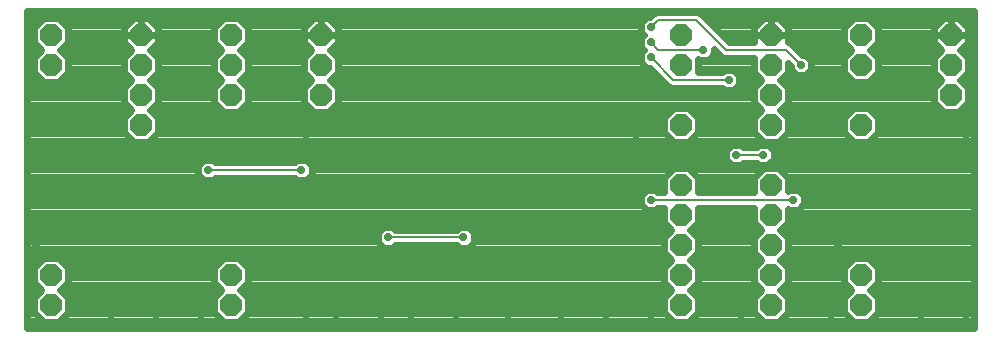
<source format=gbl>
G75*
%MOIN*%
%OFA0B0*%
%FSLAX25Y25*%
%IPPOS*%
%LPD*%
%AMOC8*
5,1,8,0,0,1.08239X$1,22.5*
%
%ADD10OC8,0.07087*%
%ADD11C,0.02400*%
%ADD12OC8,0.02375*%
%ADD13C,0.00800*%
D10*
X0012200Y0012200D03*
X0012200Y0022200D03*
X0072200Y0022200D03*
X0072200Y0012200D03*
X0222200Y0012200D03*
X0222200Y0022200D03*
X0222200Y0032200D03*
X0222200Y0042200D03*
X0222200Y0052200D03*
X0252200Y0052200D03*
X0252200Y0042200D03*
X0252200Y0032200D03*
X0252200Y0022200D03*
X0252200Y0012200D03*
X0282200Y0012200D03*
X0282200Y0022200D03*
X0282200Y0072200D03*
X0252200Y0072200D03*
X0252200Y0082200D03*
X0252200Y0092200D03*
X0252200Y0102200D03*
X0222200Y0102200D03*
X0222200Y0092200D03*
X0222200Y0072200D03*
X0282200Y0092200D03*
X0282200Y0102200D03*
X0312200Y0102200D03*
X0312200Y0092200D03*
X0312200Y0082200D03*
X0102200Y0082200D03*
X0102200Y0092200D03*
X0102200Y0102200D03*
X0072200Y0102200D03*
X0072200Y0092200D03*
X0072200Y0082200D03*
X0042200Y0082200D03*
X0042200Y0072200D03*
X0042200Y0092200D03*
X0042200Y0102200D03*
X0012200Y0102200D03*
X0012200Y0092200D03*
D11*
X0004400Y0110000D02*
X0004400Y0004400D01*
X0320000Y0004400D01*
X0320000Y0110000D01*
X0004400Y0110000D01*
X0009821Y0107943D02*
X0006457Y0104579D01*
X0006457Y0099821D01*
X0009078Y0097200D01*
X0006457Y0094579D01*
X0006457Y0089821D01*
X0009821Y0086457D01*
X0014579Y0086457D01*
X0017943Y0089821D01*
X0017943Y0094579D01*
X0015322Y0097200D01*
X0017943Y0099821D01*
X0017943Y0104579D01*
X0014579Y0107943D01*
X0009821Y0107943D01*
X0009612Y0107734D02*
X0004400Y0107734D01*
X0004400Y0105336D02*
X0007214Y0105336D01*
X0006457Y0102937D02*
X0004400Y0102937D01*
X0004400Y0100539D02*
X0006457Y0100539D01*
X0008137Y0098140D02*
X0004400Y0098140D01*
X0004400Y0095742D02*
X0007620Y0095742D01*
X0006457Y0093343D02*
X0004400Y0093343D01*
X0004400Y0090945D02*
X0006457Y0090945D01*
X0007731Y0088546D02*
X0004400Y0088546D01*
X0004400Y0086148D02*
X0038026Y0086148D01*
X0039078Y0087200D02*
X0036457Y0084579D01*
X0036457Y0079821D01*
X0039078Y0077200D01*
X0036457Y0074579D01*
X0036457Y0069821D01*
X0039821Y0066457D01*
X0044579Y0066457D01*
X0047943Y0069821D01*
X0047943Y0074579D01*
X0045322Y0077200D01*
X0047943Y0079821D01*
X0047943Y0084579D01*
X0045322Y0087200D01*
X0047943Y0089821D01*
X0047943Y0094579D01*
X0045322Y0097200D01*
X0047943Y0099821D01*
X0047943Y0102200D01*
X0042200Y0102200D01*
X0047943Y0102200D01*
X0047943Y0104579D01*
X0044579Y0107943D01*
X0042200Y0107943D01*
X0039821Y0107943D01*
X0036457Y0104579D01*
X0036457Y0102200D01*
X0042200Y0102200D01*
X0042200Y0102200D01*
X0042200Y0102200D01*
X0042200Y0107943D01*
X0042200Y0102200D01*
X0042200Y0102200D01*
X0036457Y0102200D01*
X0036457Y0099821D01*
X0039078Y0097200D01*
X0036457Y0094579D01*
X0036457Y0089821D01*
X0039078Y0087200D01*
X0037731Y0088546D02*
X0016669Y0088546D01*
X0017943Y0090945D02*
X0036457Y0090945D01*
X0036457Y0093343D02*
X0017943Y0093343D01*
X0016780Y0095742D02*
X0037620Y0095742D01*
X0038137Y0098140D02*
X0016263Y0098140D01*
X0017943Y0100539D02*
X0036457Y0100539D01*
X0036457Y0102937D02*
X0017943Y0102937D01*
X0017186Y0105336D02*
X0037214Y0105336D01*
X0039612Y0107734D02*
X0014788Y0107734D01*
X0042200Y0107734D02*
X0042200Y0107734D01*
X0042200Y0105336D02*
X0042200Y0105336D01*
X0044788Y0107734D02*
X0069612Y0107734D01*
X0069821Y0107943D02*
X0066457Y0104579D01*
X0066457Y0099821D01*
X0069078Y0097200D01*
X0066457Y0094579D01*
X0066457Y0089821D01*
X0069078Y0087200D01*
X0066457Y0084579D01*
X0066457Y0079821D01*
X0069821Y0076457D01*
X0074579Y0076457D01*
X0077943Y0079821D01*
X0077943Y0084579D01*
X0075322Y0087200D01*
X0077943Y0089821D01*
X0077943Y0094579D01*
X0075322Y0097200D01*
X0077943Y0099821D01*
X0077943Y0104579D01*
X0074579Y0107943D01*
X0069821Y0107943D01*
X0074788Y0107734D02*
X0099612Y0107734D01*
X0099821Y0107943D02*
X0096457Y0104579D01*
X0096457Y0102200D01*
X0102200Y0102200D01*
X0107943Y0102200D01*
X0102200Y0102200D01*
X0102200Y0102200D01*
X0102200Y0102200D01*
X0102200Y0107943D01*
X0104579Y0107943D01*
X0107943Y0104579D01*
X0107943Y0102200D01*
X0107943Y0099821D01*
X0105322Y0097200D01*
X0107943Y0094579D01*
X0107943Y0089821D01*
X0105322Y0087200D01*
X0107943Y0084579D01*
X0107943Y0079821D01*
X0104579Y0076457D01*
X0099821Y0076457D01*
X0096457Y0079821D01*
X0096457Y0084579D01*
X0099078Y0087200D01*
X0096457Y0089821D01*
X0096457Y0094579D01*
X0099078Y0097200D01*
X0096457Y0099821D01*
X0096457Y0102200D01*
X0102200Y0102200D01*
X0102200Y0102200D01*
X0102200Y0107943D01*
X0099821Y0107943D01*
X0102200Y0107734D02*
X0102200Y0107734D01*
X0102200Y0105336D02*
X0102200Y0105336D01*
X0104788Y0107734D02*
X0210444Y0107734D01*
X0210797Y0108087D02*
X0208813Y0106103D01*
X0208813Y0103297D01*
X0209909Y0102200D01*
X0208813Y0101103D01*
X0208813Y0098297D01*
X0209909Y0097200D01*
X0208813Y0096103D01*
X0208813Y0093297D01*
X0210797Y0091313D01*
X0211910Y0091313D01*
X0218227Y0084996D01*
X0219183Y0084600D01*
X0236009Y0084600D01*
X0236797Y0083813D01*
X0239603Y0083813D01*
X0241587Y0085797D01*
X0241587Y0088603D01*
X0239603Y0090587D01*
X0236797Y0090587D01*
X0236009Y0089800D01*
X0227922Y0089800D01*
X0227943Y0089821D01*
X0227943Y0094166D01*
X0228297Y0093813D01*
X0231103Y0093813D01*
X0233087Y0095797D01*
X0233087Y0097636D01*
X0235727Y0094996D01*
X0236683Y0094600D01*
X0246478Y0094600D01*
X0246457Y0094579D01*
X0246457Y0089821D01*
X0249078Y0087200D01*
X0246457Y0084579D01*
X0246457Y0079821D01*
X0249078Y0077200D01*
X0246457Y0074579D01*
X0246457Y0069821D01*
X0249821Y0066457D01*
X0254579Y0066457D01*
X0257943Y0069821D01*
X0257943Y0074579D01*
X0255322Y0077200D01*
X0257943Y0079821D01*
X0257943Y0084579D01*
X0255322Y0087200D01*
X0257943Y0089821D01*
X0257943Y0092780D01*
X0258813Y0091910D01*
X0258813Y0090797D01*
X0260797Y0088813D01*
X0263603Y0088813D01*
X0265587Y0090797D01*
X0265587Y0093603D01*
X0263603Y0095587D01*
X0262490Y0095587D01*
X0259404Y0098673D01*
X0258673Y0099404D01*
X0257862Y0099740D01*
X0257943Y0099821D01*
X0257943Y0102200D01*
X0257943Y0104579D01*
X0254579Y0107943D01*
X0252200Y0107943D01*
X0249821Y0107943D01*
X0246457Y0104579D01*
X0246457Y0102200D01*
X0246457Y0099821D01*
X0246478Y0099800D01*
X0238277Y0099800D01*
X0229404Y0108673D01*
X0228673Y0109404D01*
X0227717Y0109800D01*
X0214183Y0109800D01*
X0213227Y0109404D01*
X0211910Y0108087D01*
X0210797Y0108087D01*
X0208813Y0105336D02*
X0107186Y0105336D01*
X0107943Y0102937D02*
X0209172Y0102937D01*
X0208813Y0100539D02*
X0107943Y0100539D01*
X0106263Y0098140D02*
X0208969Y0098140D01*
X0208813Y0095742D02*
X0106780Y0095742D01*
X0107943Y0093343D02*
X0208813Y0093343D01*
X0212278Y0090945D02*
X0107943Y0090945D01*
X0106669Y0088546D02*
X0214677Y0088546D01*
X0217075Y0086148D02*
X0106374Y0086148D01*
X0107943Y0083749D02*
X0246457Y0083749D01*
X0246457Y0081351D02*
X0107943Y0081351D01*
X0107075Y0078952D02*
X0247325Y0078952D01*
X0248432Y0076554D02*
X0225968Y0076554D01*
X0224579Y0077943D02*
X0219821Y0077943D01*
X0216457Y0074579D01*
X0216457Y0069821D01*
X0219821Y0066457D01*
X0224579Y0066457D01*
X0227943Y0069821D01*
X0227943Y0074579D01*
X0224579Y0077943D01*
X0218432Y0076554D02*
X0104676Y0076554D01*
X0099724Y0076554D02*
X0074676Y0076554D01*
X0077075Y0078952D02*
X0097325Y0078952D01*
X0096457Y0081351D02*
X0077943Y0081351D01*
X0077943Y0083749D02*
X0096457Y0083749D01*
X0098026Y0086148D02*
X0076374Y0086148D01*
X0076669Y0088546D02*
X0097731Y0088546D01*
X0096457Y0090945D02*
X0077943Y0090945D01*
X0077943Y0093343D02*
X0096457Y0093343D01*
X0097620Y0095742D02*
X0076780Y0095742D01*
X0076263Y0098140D02*
X0098137Y0098140D01*
X0096457Y0100539D02*
X0077943Y0100539D01*
X0077943Y0102937D02*
X0096457Y0102937D01*
X0102200Y0102937D02*
X0102200Y0102937D01*
X0097214Y0105336D02*
X0077186Y0105336D01*
X0067214Y0105336D02*
X0047186Y0105336D01*
X0047943Y0102937D02*
X0066457Y0102937D01*
X0066457Y0100539D02*
X0047943Y0100539D01*
X0046263Y0098140D02*
X0068137Y0098140D01*
X0067620Y0095742D02*
X0046780Y0095742D01*
X0047943Y0093343D02*
X0066457Y0093343D01*
X0066457Y0090945D02*
X0047943Y0090945D01*
X0046669Y0088546D02*
X0067731Y0088546D01*
X0068026Y0086148D02*
X0046374Y0086148D01*
X0047943Y0083749D02*
X0066457Y0083749D01*
X0066457Y0081351D02*
X0047943Y0081351D01*
X0047075Y0078952D02*
X0067325Y0078952D01*
X0069724Y0076554D02*
X0045968Y0076554D01*
X0047943Y0074155D02*
X0216457Y0074155D01*
X0216457Y0071757D02*
X0047943Y0071757D01*
X0047481Y0069358D02*
X0216919Y0069358D01*
X0219318Y0066960D02*
X0045082Y0066960D01*
X0039318Y0066960D02*
X0004400Y0066960D01*
X0004400Y0064561D02*
X0238271Y0064561D01*
X0237313Y0063603D02*
X0237313Y0060797D01*
X0239297Y0058813D01*
X0242103Y0058813D01*
X0242891Y0059600D01*
X0247509Y0059600D01*
X0248297Y0058813D01*
X0251103Y0058813D01*
X0253087Y0060797D01*
X0253087Y0063603D01*
X0251103Y0065587D01*
X0248297Y0065587D01*
X0247509Y0064800D01*
X0242891Y0064800D01*
X0242103Y0065587D01*
X0239297Y0065587D01*
X0237313Y0063603D01*
X0237313Y0062163D02*
X0004400Y0062163D01*
X0004400Y0059764D02*
X0062474Y0059764D01*
X0063297Y0060587D02*
X0061313Y0058603D01*
X0061313Y0055797D01*
X0063297Y0053813D01*
X0066103Y0053813D01*
X0066891Y0054600D01*
X0093509Y0054600D01*
X0094297Y0053813D01*
X0097103Y0053813D01*
X0099087Y0055797D01*
X0099087Y0058603D01*
X0097103Y0060587D01*
X0094297Y0060587D01*
X0093509Y0059800D01*
X0066891Y0059800D01*
X0066103Y0060587D01*
X0063297Y0060587D01*
X0061313Y0057366D02*
X0004400Y0057366D01*
X0004400Y0054967D02*
X0062142Y0054967D01*
X0097926Y0059764D02*
X0238345Y0059764D01*
X0249244Y0057366D02*
X0225156Y0057366D01*
X0224579Y0057943D02*
X0219821Y0057943D01*
X0216457Y0054579D01*
X0216457Y0049821D01*
X0216478Y0049800D01*
X0214391Y0049800D01*
X0213603Y0050587D01*
X0210797Y0050587D01*
X0208813Y0048603D01*
X0208813Y0045797D01*
X0210797Y0043813D01*
X0213603Y0043813D01*
X0214391Y0044600D01*
X0216478Y0044600D01*
X0216457Y0044579D01*
X0216457Y0039821D01*
X0219078Y0037200D01*
X0216457Y0034579D01*
X0216457Y0029821D01*
X0219078Y0027200D01*
X0216457Y0024579D01*
X0216457Y0019821D01*
X0219078Y0017200D01*
X0216457Y0014579D01*
X0216457Y0009821D01*
X0219821Y0006457D01*
X0224579Y0006457D01*
X0227943Y0009821D01*
X0227943Y0014579D01*
X0225322Y0017200D01*
X0227943Y0019821D01*
X0227943Y0024579D01*
X0225322Y0027200D01*
X0227943Y0029821D01*
X0227943Y0034579D01*
X0225322Y0037200D01*
X0227943Y0039821D01*
X0227943Y0044579D01*
X0227922Y0044600D01*
X0246478Y0044600D01*
X0246457Y0044579D01*
X0246457Y0039821D01*
X0249078Y0037200D01*
X0246457Y0034579D01*
X0246457Y0029821D01*
X0249078Y0027200D01*
X0246457Y0024579D01*
X0246457Y0019821D01*
X0249078Y0017200D01*
X0246457Y0014579D01*
X0246457Y0009821D01*
X0249821Y0006457D01*
X0254579Y0006457D01*
X0257943Y0009821D01*
X0257943Y0014579D01*
X0255322Y0017200D01*
X0257943Y0019821D01*
X0257943Y0024579D01*
X0255322Y0027200D01*
X0257943Y0029821D01*
X0257943Y0034579D01*
X0255322Y0037200D01*
X0257943Y0039821D01*
X0257943Y0044166D01*
X0258297Y0043813D01*
X0261103Y0043813D01*
X0263087Y0045797D01*
X0263087Y0048603D01*
X0261103Y0050587D01*
X0258297Y0050587D01*
X0257943Y0050234D01*
X0257943Y0054579D01*
X0254579Y0057943D01*
X0249821Y0057943D01*
X0246457Y0054579D01*
X0246457Y0049821D01*
X0246478Y0049800D01*
X0227922Y0049800D01*
X0227943Y0049821D01*
X0227943Y0054579D01*
X0224579Y0057943D01*
X0219244Y0057366D02*
X0099087Y0057366D01*
X0098258Y0054967D02*
X0216845Y0054967D01*
X0216457Y0052569D02*
X0004400Y0052569D01*
X0004400Y0050170D02*
X0210380Y0050170D01*
X0214020Y0050170D02*
X0216457Y0050170D01*
X0208813Y0047772D02*
X0004400Y0047772D01*
X0004400Y0045373D02*
X0209236Y0045373D01*
X0216457Y0042975D02*
X0004400Y0042975D01*
X0004400Y0040576D02*
X0216457Y0040576D01*
X0218100Y0038178D02*
X0004400Y0038178D01*
X0004400Y0035779D02*
X0121313Y0035779D01*
X0121313Y0036103D02*
X0121313Y0033297D01*
X0123297Y0031313D01*
X0126103Y0031313D01*
X0126891Y0032100D01*
X0147509Y0032100D01*
X0148297Y0031313D01*
X0151103Y0031313D01*
X0153087Y0033297D01*
X0153087Y0036103D01*
X0151103Y0038087D01*
X0148297Y0038087D01*
X0147509Y0037300D01*
X0126891Y0037300D01*
X0126103Y0038087D01*
X0123297Y0038087D01*
X0121313Y0036103D01*
X0121313Y0033381D02*
X0004400Y0033381D01*
X0004400Y0030982D02*
X0216457Y0030982D01*
X0216457Y0033381D02*
X0153087Y0033381D01*
X0153087Y0035779D02*
X0217657Y0035779D01*
X0226300Y0038178D02*
X0248100Y0038178D01*
X0246457Y0040576D02*
X0227943Y0040576D01*
X0227943Y0042975D02*
X0246457Y0042975D01*
X0256300Y0038178D02*
X0320000Y0038178D01*
X0320000Y0040576D02*
X0257943Y0040576D01*
X0257943Y0042975D02*
X0320000Y0042975D01*
X0320000Y0045373D02*
X0262664Y0045373D01*
X0263087Y0047772D02*
X0320000Y0047772D01*
X0320000Y0050170D02*
X0261520Y0050170D01*
X0257943Y0052569D02*
X0320000Y0052569D01*
X0320000Y0054967D02*
X0257555Y0054967D01*
X0255156Y0057366D02*
X0320000Y0057366D01*
X0320000Y0059764D02*
X0252055Y0059764D01*
X0253087Y0062163D02*
X0320000Y0062163D01*
X0320000Y0064561D02*
X0252129Y0064561D01*
X0249318Y0066960D02*
X0225082Y0066960D01*
X0227481Y0069358D02*
X0246919Y0069358D01*
X0246457Y0071757D02*
X0227943Y0071757D01*
X0227943Y0074155D02*
X0246457Y0074155D01*
X0255968Y0076554D02*
X0278432Y0076554D01*
X0279821Y0077943D02*
X0276457Y0074579D01*
X0276457Y0069821D01*
X0279821Y0066457D01*
X0284579Y0066457D01*
X0287943Y0069821D01*
X0287943Y0074579D01*
X0284579Y0077943D01*
X0279821Y0077943D01*
X0285968Y0076554D02*
X0309724Y0076554D01*
X0309821Y0076457D02*
X0314579Y0076457D01*
X0317943Y0079821D01*
X0317943Y0084579D01*
X0315322Y0087200D01*
X0317943Y0089821D01*
X0317943Y0094579D01*
X0315322Y0097200D01*
X0317943Y0099821D01*
X0317943Y0102200D01*
X0312200Y0102200D01*
X0317943Y0102200D01*
X0317943Y0104579D01*
X0314579Y0107943D01*
X0312200Y0107943D01*
X0309821Y0107943D01*
X0306457Y0104579D01*
X0306457Y0102200D01*
X0312200Y0102200D01*
X0312200Y0102200D01*
X0312200Y0102200D01*
X0312200Y0107943D01*
X0312200Y0102200D01*
X0312200Y0102200D01*
X0306457Y0102200D01*
X0306457Y0099821D01*
X0309078Y0097200D01*
X0306457Y0094579D01*
X0306457Y0089821D01*
X0309078Y0087200D01*
X0306457Y0084579D01*
X0306457Y0079821D01*
X0309821Y0076457D01*
X0307325Y0078952D02*
X0257075Y0078952D01*
X0257943Y0081351D02*
X0306457Y0081351D01*
X0306457Y0083749D02*
X0257943Y0083749D01*
X0256374Y0086148D02*
X0308026Y0086148D01*
X0307731Y0088546D02*
X0286669Y0088546D01*
X0287943Y0089821D02*
X0287943Y0094579D01*
X0285322Y0097200D01*
X0287943Y0099821D01*
X0287943Y0104579D01*
X0284579Y0107943D01*
X0279821Y0107943D01*
X0276457Y0104579D01*
X0276457Y0099821D01*
X0279078Y0097200D01*
X0276457Y0094579D01*
X0276457Y0089821D01*
X0279821Y0086457D01*
X0284579Y0086457D01*
X0287943Y0089821D01*
X0287943Y0090945D02*
X0306457Y0090945D01*
X0306457Y0093343D02*
X0287943Y0093343D01*
X0286780Y0095742D02*
X0307620Y0095742D01*
X0308137Y0098140D02*
X0286263Y0098140D01*
X0287943Y0100539D02*
X0306457Y0100539D01*
X0306457Y0102937D02*
X0287943Y0102937D01*
X0287186Y0105336D02*
X0307214Y0105336D01*
X0309612Y0107734D02*
X0284788Y0107734D01*
X0279612Y0107734D02*
X0254788Y0107734D01*
X0252200Y0107734D02*
X0252200Y0107734D01*
X0252200Y0107943D02*
X0252200Y0102200D01*
X0252200Y0102200D01*
X0252200Y0107943D01*
X0249612Y0107734D02*
X0230342Y0107734D01*
X0232741Y0105336D02*
X0247214Y0105336D01*
X0252200Y0105336D02*
X0252200Y0105336D01*
X0252200Y0102937D02*
X0252200Y0102937D01*
X0252200Y0102200D02*
X0246457Y0102200D01*
X0252200Y0102200D01*
X0257943Y0102200D01*
X0252200Y0102200D01*
X0252200Y0102200D01*
X0252200Y0102200D01*
X0246457Y0102937D02*
X0235139Y0102937D01*
X0237538Y0100539D02*
X0246457Y0100539D01*
X0257943Y0100539D02*
X0276457Y0100539D01*
X0276457Y0102937D02*
X0257943Y0102937D01*
X0257186Y0105336D02*
X0277214Y0105336D01*
X0278137Y0098140D02*
X0259936Y0098140D01*
X0262335Y0095742D02*
X0277620Y0095742D01*
X0276457Y0093343D02*
X0265587Y0093343D01*
X0265587Y0090945D02*
X0276457Y0090945D01*
X0277731Y0088546D02*
X0256669Y0088546D01*
X0257943Y0090945D02*
X0258813Y0090945D01*
X0247731Y0088546D02*
X0241587Y0088546D01*
X0241587Y0086148D02*
X0248026Y0086148D01*
X0246457Y0090945D02*
X0227943Y0090945D01*
X0227943Y0093343D02*
X0246457Y0093343D01*
X0234981Y0095742D02*
X0233032Y0095742D01*
X0257943Y0074155D02*
X0276457Y0074155D01*
X0276457Y0071757D02*
X0257943Y0071757D01*
X0257481Y0069358D02*
X0276919Y0069358D01*
X0279318Y0066960D02*
X0255082Y0066960D01*
X0246845Y0054967D02*
X0227555Y0054967D01*
X0227943Y0052569D02*
X0246457Y0052569D01*
X0246457Y0050170D02*
X0227943Y0050170D01*
X0226743Y0035779D02*
X0247657Y0035779D01*
X0246457Y0033381D02*
X0227943Y0033381D01*
X0227943Y0030982D02*
X0246457Y0030982D01*
X0247694Y0028584D02*
X0226706Y0028584D01*
X0226337Y0026185D02*
X0248063Y0026185D01*
X0246457Y0023787D02*
X0227943Y0023787D01*
X0227943Y0021388D02*
X0246457Y0021388D01*
X0247288Y0018990D02*
X0227112Y0018990D01*
X0225931Y0016591D02*
X0248469Y0016591D01*
X0246457Y0014193D02*
X0227943Y0014193D01*
X0227943Y0011794D02*
X0246457Y0011794D01*
X0246882Y0009396D02*
X0227518Y0009396D01*
X0225119Y0006997D02*
X0249281Y0006997D01*
X0255119Y0006997D02*
X0279281Y0006997D01*
X0279821Y0006457D02*
X0284579Y0006457D01*
X0287943Y0009821D01*
X0287943Y0014579D01*
X0285322Y0017200D01*
X0287943Y0019821D01*
X0287943Y0024579D01*
X0284579Y0027943D01*
X0279821Y0027943D01*
X0276457Y0024579D01*
X0276457Y0019821D01*
X0279078Y0017200D01*
X0276457Y0014579D01*
X0276457Y0009821D01*
X0279821Y0006457D01*
X0285119Y0006997D02*
X0320000Y0006997D01*
X0320000Y0004599D02*
X0004400Y0004599D01*
X0006457Y0009821D02*
X0009821Y0006457D01*
X0014579Y0006457D01*
X0017943Y0009821D01*
X0017943Y0014579D01*
X0015322Y0017200D01*
X0017943Y0019821D01*
X0017943Y0024579D01*
X0014579Y0027943D01*
X0009821Y0027943D01*
X0006457Y0024579D01*
X0006457Y0019821D01*
X0009078Y0017200D01*
X0006457Y0014579D01*
X0006457Y0009821D01*
X0006882Y0009396D02*
X0004400Y0009396D01*
X0004400Y0011794D02*
X0006457Y0011794D01*
X0006457Y0014193D02*
X0004400Y0014193D01*
X0004400Y0016591D02*
X0008469Y0016591D01*
X0007288Y0018990D02*
X0004400Y0018990D01*
X0004400Y0021388D02*
X0006457Y0021388D01*
X0006457Y0023787D02*
X0004400Y0023787D01*
X0004400Y0026185D02*
X0008063Y0026185D01*
X0004400Y0028584D02*
X0217694Y0028584D01*
X0218063Y0026185D02*
X0076337Y0026185D01*
X0077943Y0024579D02*
X0074579Y0027943D01*
X0069821Y0027943D01*
X0066457Y0024579D01*
X0066457Y0019821D01*
X0069078Y0017200D01*
X0066457Y0014579D01*
X0066457Y0009821D01*
X0069821Y0006457D01*
X0074579Y0006457D01*
X0077943Y0009821D01*
X0077943Y0014579D01*
X0075322Y0017200D01*
X0077943Y0019821D01*
X0077943Y0024579D01*
X0077943Y0023787D02*
X0216457Y0023787D01*
X0216457Y0021388D02*
X0077943Y0021388D01*
X0077112Y0018990D02*
X0217288Y0018990D01*
X0218469Y0016591D02*
X0075931Y0016591D01*
X0077943Y0014193D02*
X0216457Y0014193D01*
X0216457Y0011794D02*
X0077943Y0011794D01*
X0077518Y0009396D02*
X0216882Y0009396D01*
X0219281Y0006997D02*
X0075119Y0006997D01*
X0069281Y0006997D02*
X0015119Y0006997D01*
X0017518Y0009396D02*
X0066882Y0009396D01*
X0066457Y0011794D02*
X0017943Y0011794D01*
X0017943Y0014193D02*
X0066457Y0014193D01*
X0068469Y0016591D02*
X0015931Y0016591D01*
X0017112Y0018990D02*
X0067288Y0018990D01*
X0066457Y0021388D02*
X0017943Y0021388D01*
X0017943Y0023787D02*
X0066457Y0023787D01*
X0068063Y0026185D02*
X0016337Y0026185D01*
X0009281Y0006997D02*
X0004400Y0006997D01*
X0004400Y0069358D02*
X0036919Y0069358D01*
X0036457Y0071757D02*
X0004400Y0071757D01*
X0004400Y0074155D02*
X0036457Y0074155D01*
X0038432Y0076554D02*
X0004400Y0076554D01*
X0004400Y0078952D02*
X0037325Y0078952D01*
X0036457Y0081351D02*
X0004400Y0081351D01*
X0004400Y0083749D02*
X0036457Y0083749D01*
X0042200Y0102937D02*
X0042200Y0102937D01*
X0256743Y0035779D02*
X0320000Y0035779D01*
X0320000Y0033381D02*
X0257943Y0033381D01*
X0257943Y0030982D02*
X0320000Y0030982D01*
X0320000Y0028584D02*
X0256706Y0028584D01*
X0256337Y0026185D02*
X0278063Y0026185D01*
X0276457Y0023787D02*
X0257943Y0023787D01*
X0257943Y0021388D02*
X0276457Y0021388D01*
X0277288Y0018990D02*
X0257112Y0018990D01*
X0255931Y0016591D02*
X0278469Y0016591D01*
X0276457Y0014193D02*
X0257943Y0014193D01*
X0257943Y0011794D02*
X0276457Y0011794D01*
X0276882Y0009396D02*
X0257518Y0009396D01*
X0285931Y0016591D02*
X0320000Y0016591D01*
X0320000Y0014193D02*
X0287943Y0014193D01*
X0287943Y0011794D02*
X0320000Y0011794D01*
X0320000Y0009396D02*
X0287518Y0009396D01*
X0287112Y0018990D02*
X0320000Y0018990D01*
X0320000Y0021388D02*
X0287943Y0021388D01*
X0287943Y0023787D02*
X0320000Y0023787D01*
X0320000Y0026185D02*
X0286337Y0026185D01*
X0285082Y0066960D02*
X0320000Y0066960D01*
X0320000Y0069358D02*
X0287481Y0069358D01*
X0287943Y0071757D02*
X0320000Y0071757D01*
X0320000Y0074155D02*
X0287943Y0074155D01*
X0314676Y0076554D02*
X0320000Y0076554D01*
X0320000Y0078952D02*
X0317075Y0078952D01*
X0317943Y0081351D02*
X0320000Y0081351D01*
X0320000Y0083749D02*
X0317943Y0083749D01*
X0316374Y0086148D02*
X0320000Y0086148D01*
X0320000Y0088546D02*
X0316669Y0088546D01*
X0317943Y0090945D02*
X0320000Y0090945D01*
X0320000Y0093343D02*
X0317943Y0093343D01*
X0316780Y0095742D02*
X0320000Y0095742D01*
X0320000Y0098140D02*
X0316263Y0098140D01*
X0317943Y0100539D02*
X0320000Y0100539D01*
X0320000Y0102937D02*
X0317943Y0102937D01*
X0317186Y0105336D02*
X0320000Y0105336D01*
X0320000Y0107734D02*
X0314788Y0107734D01*
X0312200Y0107734D02*
X0312200Y0107734D01*
X0312200Y0105336D02*
X0312200Y0105336D01*
X0312200Y0102937D02*
X0312200Y0102937D01*
D12*
X0262200Y0092200D03*
X0238200Y0087200D03*
X0229700Y0097200D03*
X0212200Y0094700D03*
X0212200Y0099700D03*
X0212200Y0104700D03*
X0202200Y0072200D03*
X0207200Y0067200D03*
X0240700Y0062200D03*
X0249700Y0062200D03*
X0278200Y0052200D03*
X0286200Y0052200D03*
X0274700Y0042200D03*
X0259700Y0047200D03*
X0274700Y0032200D03*
X0317200Y0037200D03*
X0317200Y0052200D03*
X0317200Y0067200D03*
X0212200Y0047200D03*
X0167200Y0060700D03*
X0127200Y0060700D03*
X0127200Y0072200D03*
X0102200Y0072200D03*
X0097200Y0067200D03*
X0095700Y0057200D03*
X0064700Y0057200D03*
X0007200Y0062200D03*
X0007200Y0077200D03*
X0007200Y0097200D03*
X0007200Y0047200D03*
X0007200Y0032200D03*
X0007200Y0017200D03*
X0017200Y0007200D03*
X0032200Y0007200D03*
X0047200Y0007200D03*
X0062200Y0007200D03*
X0077200Y0007200D03*
X0097200Y0007200D03*
X0107200Y0007200D03*
X0122200Y0007200D03*
X0132200Y0007200D03*
X0147200Y0007200D03*
X0164700Y0007200D03*
X0182200Y0007200D03*
X0197200Y0007200D03*
X0212200Y0007200D03*
X0227200Y0007200D03*
X0242200Y0007200D03*
X0257200Y0007200D03*
X0272200Y0007200D03*
X0287200Y0007200D03*
X0302200Y0007200D03*
X0317200Y0007200D03*
X0317200Y0022200D03*
X0149700Y0034700D03*
X0124700Y0034700D03*
D13*
X0149700Y0034700D01*
X0095700Y0057200D02*
X0064700Y0057200D01*
X0212200Y0047200D02*
X0259700Y0047200D01*
X0249700Y0062200D02*
X0240700Y0062200D01*
X0238200Y0087200D02*
X0219700Y0087200D01*
X0212200Y0094700D01*
X0214700Y0097200D02*
X0212200Y0099700D01*
X0214700Y0097200D02*
X0229700Y0097200D01*
X0237200Y0097200D02*
X0227200Y0107200D01*
X0214700Y0107200D01*
X0212200Y0104700D01*
X0237200Y0097200D02*
X0257200Y0097200D01*
X0262200Y0092200D01*
M02*

</source>
